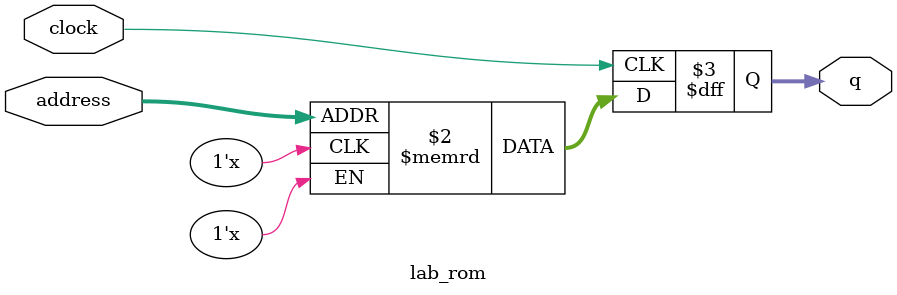
<source format=sv>
module lab_rom (
	input logic clock,
	input logic [14:0] address,
	output logic [2:0] q
);

logic [2:0] memory [0:19199] /* synthesis ram_init_file = "./lab/lab.COE" */;

always_ff @ (posedge clock) begin
	q <= memory[address];
end

endmodule

</source>
